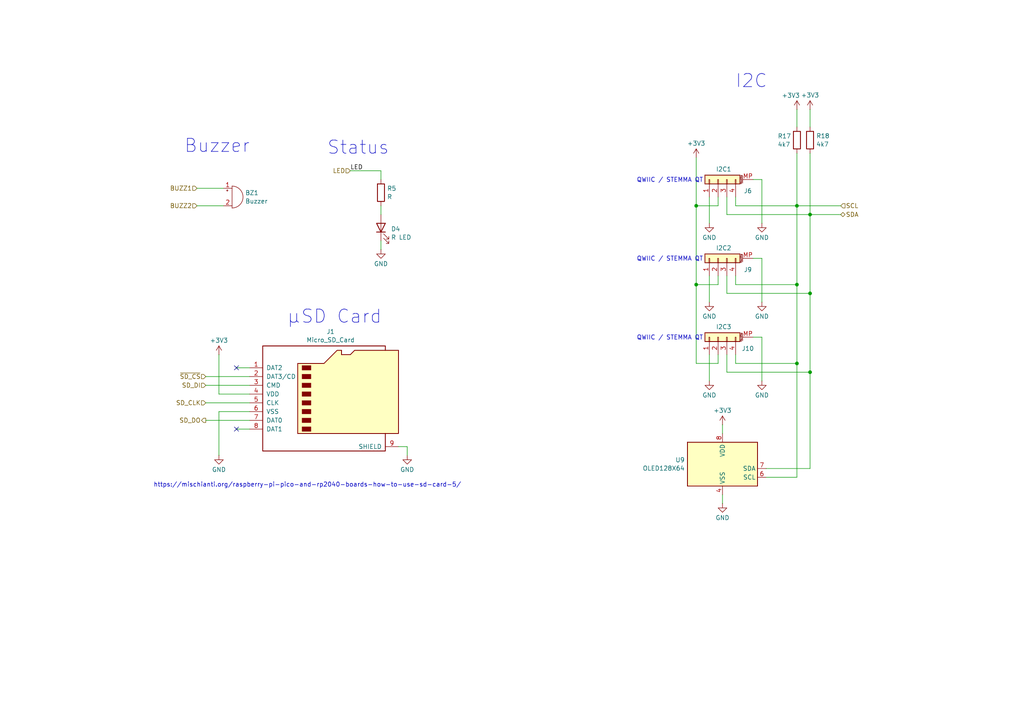
<source format=kicad_sch>
(kicad_sch (version 20231120) (generator "eeschema") (generator_version "8.0")
  (paper "A4")
  (lib_symbols
    (symbol "Connector:Micro_SD_Card" (pin_names (offset 1.016))
      (property "Reference" "J" (at -16.51 15.24 0))
      (property "Value" "Micro_SD_Card" (at 16.51 15.24 0))
      (symbol "Micro_SD_Card_0_1"
        (rectangle (start -7.62 -9.525) (end -5.08 -10.795) (fill (type outline)))
        (rectangle (start -7.62 -6.985) (end -5.08 -8.255) (fill (type outline)))
        (rectangle (start -7.62 -4.445) (end -5.08 -5.715) (fill (type outline)))
        (rectangle (start -7.62 -1.905) (end -5.08 -3.175) (fill (type outline)))
        (rectangle (start -7.62 0.635) (end -5.08 -0.635) (fill (type outline)))
        (rectangle (start -7.62 3.175) (end -5.08 1.905) (fill (type outline)))
        (rectangle (start -7.62 5.715) (end -5.08 4.445) (fill (type outline)))
        (rectangle (start -7.62 8.255) (end -5.08 6.985) (fill (type outline)))
        (polyline (pts (xy 16.51 12.7) (xy 16.51 13.97) (xy -19.05 13.97) (xy -19.05 -16.51) (xy 16.51 -16.51) (xy 16.51 -11.43)) (stroke (width 0.254)))
        (polyline (pts (xy -8.89 -11.43) (xy -8.89 8.89) (xy -1.27 8.89) (xy 2.54 12.7) (xy 3.81 12.7) (xy 3.81 11.43) (xy 6.35 11.43) (xy 7.62 12.7) (xy 20.32 12.7) (xy 20.32 -11.43) (xy -8.89 -11.43)) (stroke (width 0.254)) (fill (type background)))
      )
      (symbol "Micro_SD_Card_1_1"
        (pin bidirectional line (at -22.86 7.62 0) (length 3.81) (name "DAT2") (number "1"))
        (pin bidirectional line (at -22.86 5.08 0) (length 3.81) (name "DAT3/CD") (number "2"))
        (pin input line (at -22.86 2.54 0) (length 3.81) (name "CMD") (number "3"))
        (pin power_in line (at -22.86 0 0) (length 3.81) (name "VDD") (number "4"))
        (pin input line (at -22.86 -2.54 0) (length 3.81) (name "CLK") (number "5"))
        (pin power_in line (at -22.86 -5.08 0) (length 3.81) (name "VSS") (number "6"))
        (pin bidirectional line (at -22.86 -7.62 0) (length 3.81) (name "DAT0") (number "7"))
        (pin bidirectional line (at -22.86 -10.16 0) (length 3.81) (name "DAT1") (number "8"))
        (pin passive line (at 20.32 -15.24 180) (length 3.81) (name "SHIELD") (number "9"))
      )
    )
    (symbol "Connector_Generic_MountingPin:Conn_01x04_MountingPin" (pin_names (offset 1.016) hide)
      (property "Reference" "J" (at 0 5.08 0))
      (property "Value" "Conn_01x04_MountingPin" (at 1.27 -7.62 0))
      (symbol "Conn_01x04_MountingPin_1_1"
        (rectangle (start -1.27 -4.953) (end 0 -5.207) (stroke (width 0.1524)))
        (rectangle (start -1.27 -2.413) (end 0 -2.667) (stroke (width 0.1524)))
        (rectangle (start -1.27 0.127) (end 0 -0.127) (stroke (width 0.1524)))
        (rectangle (start -1.27 2.667) (end 0 2.413) (stroke (width 0.1524)))
        (rectangle (start -1.27 3.81) (end 1.27 -6.35) (stroke (width 0.254)) (fill (type background)))
        (polyline (pts (xy -1.016 -7.112) (xy 1.016 -7.112)) (stroke (width 0.1524)))
        (text "Mounting" (at 0 -6.731 0) (effects (font (size 0.381 0.381))))
        (pin passive line (at -5.08 2.54 0) (length 3.81) (name "Pin_1") (number "1"))
        (pin passive line (at -5.08 0 0) (length 3.81) (name "Pin_2") (number "2"))
        (pin passive line (at -5.08 -2.54 0) (length 3.81) (name "Pin_3") (number "3"))
        (pin passive line (at -5.08 -5.08 0) (length 3.81) (name "Pin_4") (number "4"))
        (pin passive line (at 0 -10.16 90) (length 3.048) (name "MountPin") (number "MP"))
      )
    )
    (symbol "Device:Buzzer" (pin_names (offset 0.0254) hide)
      (property "Reference" "BZ" (at 3.81 1.27 0))
      (property "Value" "Buzzer" (at 3.81 -1.27 0))
      (symbol "Buzzer_0_1"
        (arc (start 0 -3.175) (mid 3.1612 0) (end 0 3.175))
        (polyline (pts (xy -1.651 1.905) (xy -1.143 1.905)))
        (polyline (pts (xy -1.397 2.159) (xy -1.397 1.651)))
        (polyline (pts (xy 0 3.175) (xy 0 -3.175)))
      )
      (symbol "Buzzer_1_1"
        (pin passive line (at -2.54 2.54 0) (length 2.54) (name "+") (number "1"))
        (pin passive line (at -2.54 -2.54 0) (length 2.54) (name "-") (number "2"))
      )
    )
    (symbol "Device:LED" (pin_numbers hide) (pin_names (offset 1.016) hide)
      (property "Reference" "D" (at 0 2.54 0))
      (property "Value" "LED" (at 0 -2.54 0))
      (symbol "LED_0_1"
        (polyline (pts (xy -1.27 -1.27) (xy -1.27 1.27)) (stroke (width 0.254)))
        (polyline (pts (xy -1.27 0) (xy 1.27 0)))
        (polyline (pts (xy 1.27 -1.27) (xy 1.27 1.27) (xy -1.27 0) (xy 1.27 -1.27)) (stroke (width 0.254)))
        (polyline (pts (xy -3.048 -0.762) (xy -4.572 -2.286) (xy -3.81 -2.286) (xy -4.572 -2.286) (xy -4.572 -1.524)))
        (polyline (pts (xy -1.778 -0.762) (xy -3.302 -2.286) (xy -2.54 -2.286) (xy -3.302 -2.286) (xy -3.302 -1.524)))
      )
      (symbol "LED_1_1"
        (pin passive line (at -3.81 0 0) (length 2.54) (name "K") (number "1"))
        (pin passive line (at 3.81 0 180) (length 2.54) (name "A") (number "2"))
      )
    )
    (symbol "Device:R" (pin_numbers hide) (pin_names (offset 0))
      (property "Reference" "R" (at 2.032 0 90))
      (property "Value" "R" (at 0 0 90))
      (symbol "R_0_1"
        (rectangle (start -1.016 -2.54) (end 1.016 2.54) (stroke (width 0.254)))
      )
      (symbol "R_1_1"
        (pin passive line (at 0 3.81 270) (length 1.27) (name "~") (number "1"))
        (pin passive line (at 0 -3.81 90) (length 1.27) (name "~") (number "2"))
      )
    )
    (symbol "local:OLED128X64"
      (property "Reference" "U" (at -8.89 6.35 0))
      (property "Value" "OLED128X64" (at 6.35 6.35 0))
      (symbol "OLED128X64_0_1"
        (rectangle (start -10.16 5.08) (end 10.16 -7.62) (stroke (width 0.254)) (fill (type background)))
      )
      (symbol "OLED128X64_1_1"
        (pin power_in line (at 0 -10.16 90) (length 2.54) (name "VSS") (number "4"))
        (pin input line (at -12.7 -5.08 0) (length 2.54) (name "SCL") (number "6"))
        (pin bidirectional line (at -12.7 -2.54 0) (length 2.54) (name "SDA") (number "7"))
        (pin power_in line (at 0 7.62 270) (length 2.54) (name "VDD") (number "8"))
      )
    )
    (symbol "power:+3V3" (power) (pin_numbers hide) (pin_names (offset 0) hide)
      (property "Value" "+3V3" (at 0 3.556 0))
      (symbol "+3V3_0_1"
        (polyline (pts (xy -0.762 1.27) (xy 0 2.54)))
        (polyline (pts (xy 0 0) (xy 0 2.54)))
        (polyline (pts (xy 0 2.54) (xy 0.762 1.27)))
      )
      (symbol "+3V3_1_1"
        (pin power_in line (at 0 0 90) (length 0) (name "~") (number "1"))
      )
    )
    (symbol "power:GND" (power) (pin_numbers hide) (pin_names (offset 0) hide)
      (property "Value" "GND" (at 0 -3.81 0))
      (symbol "GND_0_1"
        (polyline (pts (xy 0 0) (xy 0 -1.27) (xy 1.27 -1.27) (xy 0 -2.54) (xy -1.27 -1.27) (xy 0 -1.27)))
      )
      (symbol "GND_1_1"
        (pin power_in line (at 0 0 270) (length 0) (name "~") (number "1"))
      )
    )
  )
  (junction (at 234.95 85.09))
  (junction (at 231.14 59.69))
  (junction (at 201.93 82.55))
  (junction (at 231.14 105.41))
  (junction (at 234.95 62.23))
  (junction (at 201.93 59.69))
  (junction (at 231.14 82.55))
  (junction (at 234.95 107.95))
  (no_connect (at 68.58 106.68))
  (no_connect (at 68.58 124.46))
  (wire (pts (xy 231.14 31.75) (xy 231.14 36.83)))
  (wire (pts (xy 205.74 80.01) (xy 205.74 87.63)))
  (wire (pts (xy 63.5 114.3) (xy 63.5 102.87)))
  (wire (pts (xy 64.77 59.69) (xy 57.15 59.69)))
  (wire (pts (xy 222.25 138.43) (xy 231.14 138.43)))
  (wire (pts (xy 213.36 57.15) (xy 213.36 59.69)))
  (wire (pts (xy 218.44 74.93) (xy 220.98 74.93)))
  (wire (pts (xy 208.28 102.87) (xy 208.28 105.41)))
  (wire (pts (xy 210.82 102.87) (xy 210.82 107.95)))
  (wire (pts (xy 231.14 59.69) (xy 243.84 59.69)))
  (wire (pts (xy 234.95 85.09) (xy 234.95 107.95)))
  (wire (pts (xy 209.55 143.51) (xy 209.55 146.05)))
  (wire (pts (xy 231.14 138.43) (xy 231.14 105.41)))
  (wire (pts (xy 101.6 49.53) (xy 110.49 49.53)))
  (wire (pts (xy 231.14 44.45) (xy 231.14 59.69)))
  (wire (pts (xy 208.28 80.01) (xy 208.28 82.55)))
  (wire (pts (xy 213.36 82.55) (xy 231.14 82.55)))
  (wire (pts (xy 234.95 135.89) (xy 234.95 107.95)))
  (wire (pts (xy 59.69 121.92) (xy 72.39 121.92)))
  (wire (pts (xy 68.58 124.46) (xy 72.39 124.46)))
  (wire (pts (xy 110.49 59.69) (xy 110.49 62.23)))
  (wire (pts (xy 210.82 85.09) (xy 234.95 85.09)))
  (wire (pts (xy 231.14 82.55) (xy 231.14 105.41)))
  (wire (pts (xy 201.93 82.55) (xy 208.28 82.55)))
  (wire (pts (xy 234.95 85.09) (xy 234.95 62.23)))
  (wire (pts (xy 213.36 105.41) (xy 231.14 105.41)))
  (wire (pts (xy 234.95 62.23) (xy 243.84 62.23)))
  (wire (pts (xy 118.11 129.54) (xy 118.11 132.08)))
  (wire (pts (xy 59.69 111.76) (xy 72.39 111.76)))
  (wire (pts (xy 213.36 80.01) (xy 213.36 82.55)))
  (wire (pts (xy 208.28 59.69) (xy 201.93 59.69)))
  (wire (pts (xy 210.82 62.23) (xy 234.95 62.23)))
  (wire (pts (xy 63.5 119.38) (xy 72.39 119.38)))
  (wire (pts (xy 210.82 57.15) (xy 210.82 62.23)))
  (wire (pts (xy 59.69 109.22) (xy 72.39 109.22)))
  (wire (pts (xy 218.44 52.07) (xy 220.98 52.07)))
  (wire (pts (xy 205.74 102.87) (xy 205.74 110.49)))
  (wire (pts (xy 63.5 114.3) (xy 72.39 114.3)))
  (wire (pts (xy 222.25 135.89) (xy 234.95 135.89)))
  (wire (pts (xy 234.95 44.45) (xy 234.95 62.23)))
  (wire (pts (xy 208.28 57.15) (xy 208.28 59.69)))
  (wire (pts (xy 210.82 107.95) (xy 234.95 107.95)))
  (wire (pts (xy 68.58 106.68) (xy 72.39 106.68)))
  (wire (pts (xy 220.98 52.07) (xy 220.98 64.77)))
  (wire (pts (xy 213.36 59.69) (xy 231.14 59.69)))
  (wire (pts (xy 210.82 80.01) (xy 210.82 85.09)))
  (wire (pts (xy 201.93 59.69) (xy 201.93 82.55)))
  (wire (pts (xy 231.14 59.69) (xy 231.14 82.55)))
  (wire (pts (xy 220.98 74.93) (xy 220.98 87.63)))
  (wire (pts (xy 205.74 57.15) (xy 205.74 64.77)))
  (wire (pts (xy 220.98 97.79) (xy 220.98 110.49)))
  (wire (pts (xy 218.44 97.79) (xy 220.98 97.79)))
  (wire (pts (xy 63.5 132.08) (xy 63.5 119.38)))
  (wire (pts (xy 110.49 69.85) (xy 110.49 72.39)))
  (wire (pts (xy 201.93 45.72) (xy 201.93 59.69)))
  (wire (pts (xy 59.69 116.84) (xy 72.39 116.84)))
  (wire (pts (xy 208.28 105.41) (xy 201.93 105.41)))
  (wire (pts (xy 213.36 102.87) (xy 213.36 105.41)))
  (wire (pts (xy 234.95 31.75) (xy 234.95 36.83)))
  (wire (pts (xy 57.15 54.61) (xy 64.77 54.61)))
  (wire (pts (xy 115.57 129.54) (xy 118.11 129.54)))
  (wire (pts (xy 201.93 82.55) (xy 201.93 105.41)))
  (wire (pts (xy 209.55 123.19) (xy 209.55 125.73)))
  (wire (pts (xy 110.49 52.07) (xy 110.49 49.53)))
  (text "μSD Card" (at 97.028 91.948 0) (effects (font (size 3.81 3.81))))
  (text "QWIIC / STEMMA QT" (at 194.31 52.324 0) (effects (font (size 1.27 1.27))))
  (text "https://mischianti.org/raspberry-pi-pico-and-rp2040-boards-how-to-use-sd-card-5/" (at 89.154 140.716 0) (effects (font (size 1.27 1.27))))
  (text "QWIIC / STEMMA QT" (at 194.31 75.184 0) (effects (font (size 1.27 1.27))))
  (text "Buzzer" (at 62.992 42.418 0) (effects (font (size 3.81 3.81))))
  (text "Status" (at 103.886 42.926 0) (effects (font (size 3.81 3.81))))
  (text "I2C" (at 217.932 23.622 0) (effects (font (size 3.81 3.81))))
  (text "QWIIC / STEMMA QT" (at 194.31 98.044 0) (effects (font (size 1.27 1.27))))
  (label "LED" (at 101.6 49.53 0))
  (hierarchical_label "SD_DO" (shape output) (at 59.69 121.92 180))
  (hierarchical_label "SD_DI" (shape input) (at 59.69 111.76 180))
  (hierarchical_label "LED" (shape input) (at 101.6 49.53 180))
  (hierarchical_label "BUZZ2" (shape input) (at 57.15 59.69 180))
  (hierarchical_label "SD_CLK" (shape input) (at 59.69 116.84 180))
  (hierarchical_label "SCL" (shape input) (at 243.84 59.69 0))
  (hierarchical_label "BUZZ1" (shape input) (at 57.15 54.61 180))
  (hierarchical_label "SDA" (shape bidirectional) (at 243.84 62.23 0))
  (hierarchical_label "~{SD_CS}" (shape input) (at 59.69 109.22 180))
  (symbol (lib_id "Device:R") (at 231.14 40.64 0) (unit 1)
    (property "Reference" "R17" (at 225.552 39.4857 0) (effects (justify left)))
    (property "Value" "4k7" (at 225.552 41.91 0) (effects (justify left)))
    (property "Description" "Resistor" (effects (hide yes)))
  )
  (symbol (lib_id "power:+3V3") (at 209.55 123.19 0) (unit 1)
    (property "Reference" "#PWR048" (effects (hide yes)))
    (property "Value" "+3V3" (at 209.55 119.0569 0))
    (property "Description" "Power symbol creates a global label with name \"+3V3\"" (effects (hide yes)))
  )
  (symbol (lib_id "power:+3V3") (at 231.14 31.75 0) (unit 1)
    (property "Reference" "#PWR090" (effects (hide yes)))
    (property "Value" "+3V3" (at 229.362 27.686 0))
    (property "Description" "Power symbol creates a global label with name \"+3V3\"" (effects (hide yes)))
  )
  (symbol (lib_id "Device:R") (at 110.49 55.88 0) (unit 1)
    (property "Reference" "R5" (at 112.268 54.6678 0) (effects (justify left)))
    (property "Value" "R" (at 112.268 57.0921 0) (effects (justify left)))
    (property "Description" "Resistor" (effects (hide yes)))
  )
  (symbol (lib_id "power:+3V3") (at 63.5 102.87 0) (unit 1)
    (property "Reference" "#PWR012" (effects (hide yes)))
    (property "Value" "+3V3" (at 63.5 98.7369 0))
    (property "Description" "Power symbol creates a global label with name \"+3V3\"" (effects (hide yes)))
  )
  (symbol (lib_id "Connector_Generic_MountingPin:Conn_01x04_MountingPin") (at 208.28 74.93 90) (unit 1)
    (property "Reference" "J9" (at 216.916 78.232 90))
    (property "Value" "I2C2" (at 209.9056 71.9398 90))
    (property "Footprint" "Connector_JST:JST_SH_SM04B-SRSS-TB_1x04-1MP_P1.00mm_Horizontal" (effects (hide yes)))
    (property "Description" "Generic connectable mounting pin connector, single row, 01x04, script generated (kicad-library-utils/schlib/autogen/connector/)" (effects (hide yes)))
  )
  (symbol (lib_id "power:GND") (at 220.98 110.49 0) (unit 1)
    (property "Reference" "#PWR089" (effects (hide yes)))
    (property "Value" "GND" (at 220.98 114.6231 0))
    (property "Description" "Power symbol creates a global label with name \"GND\" , ground" (effects (hide yes)))
  )
  (symbol (lib_id "power:GND") (at 205.74 64.77 0) (unit 1)
    (property "Reference" "#PWR024" (effects (hide yes)))
    (property "Value" "GND" (at 205.74 68.9031 0))
    (property "Description" "Power symbol creates a global label with name \"GND\" , ground" (effects (hide yes)))
  )
  (symbol (lib_id "power:GND") (at 118.11 132.08 0) (unit 1)
    (property "Reference" "#PWR014" (effects (hide yes)))
    (property "Value" "GND" (at 118.11 136.2131 0))
    (property "Description" "Power symbol creates a global label with name \"GND\" , ground" (effects (hide yes)))
  )
  (symbol (lib_id "local:OLED128X64") (at 209.55 133.35 0) (mirror y) (unit 1)
    (property "Reference" "U9" (at 198.628 133.4078 0) (effects (justify left)))
    (property "Value" "OLED128X64" (at 198.628 135.8321 0) (effects (justify left)))
    (property "Description" "OLED SSD1306 128x64 I2C Display" (effects (hide yes)))
  )
  (symbol (lib_id "Connector:Micro_SD_Card") (at 95.25 114.3 0) (unit 1)
    (property "Reference" "J1" (at 95.885 96.1855 0))
    (property "Value" "Micro_SD_Card" (at 95.885 98.6098 0))
    (property "Datasheet" "http://katalog.we-online.de/em/datasheet/693072010801.pdf" (effects (hide yes)))
    (property "Description" "Micro SD Card Socket" (effects (hide yes)))
  )
  (symbol (lib_id "Connector_Generic_MountingPin:Conn_01x04_MountingPin") (at 208.28 52.07 90) (unit 1)
    (property "Reference" "J6" (at 216.916 55.372 90))
    (property "Value" "I2C1" (at 209.9056 49.0798 90))
    (property "Footprint" "Connector_JST:JST_SH_SM04B-SRSS-TB_1x04-1MP_P1.00mm_Horizontal" (effects (hide yes)))
    (property "Description" "Generic connectable mounting pin connector, single row, 01x04, script generated (kicad-library-utils/schlib/autogen/connector/)" (effects (hide yes)))
  )
  (symbol (lib_id "power:GND") (at 205.74 110.49 0) (unit 1)
    (property "Reference" "#PWR047" (effects (hide yes)))
    (property "Value" "GND" (at 205.74 114.6231 0))
    (property "Description" "Power symbol creates a global label with name \"GND\" , ground" (effects (hide yes)))
  )
  (symbol (lib_id "power:+3V3") (at 234.95 31.75 0) (unit 1)
    (property "Reference" "#PWR091" (effects (hide yes)))
    (property "Value" "+3V3" (at 234.95 27.6169 0))
    (property "Description" "Power symbol creates a global label with name \"+3V3\"" (effects (hide yes)))
  )
  (symbol (lib_id "power:GND") (at 205.74 87.63 0) (unit 1)
    (property "Reference" "#PWR046" (effects (hide yes)))
    (property "Value" "GND" (at 205.74 91.7631 0))
    (property "Description" "Power symbol creates a global label with name \"GND\" , ground" (effects (hide yes)))
  )
  (symbol (lib_id "Connector_Generic_MountingPin:Conn_01x04_MountingPin") (at 208.28 97.79 90) (unit 1)
    (property "Reference" "J10" (at 216.916 101.092 90))
    (property "Value" "I2C3" (at 209.9056 94.7998 90))
    (property "Footprint" "Connector_JST:JST_SH_SM04B-SRSS-TB_1x04-1MP_P1.00mm_Horizontal" (effects (hide yes)))
    (property "Description" "Generic connectable mounting pin connector, single row, 01x04, script generated (kicad-library-utils/schlib/autogen/connector/)" (effects (hide yes)))
  )
  (symbol (lib_id "Device:LED") (at 110.49 66.04 90) (unit 1)
    (property "Reference" "D4" (at 113.411 66.4153 90) (effects (justify right)))
    (property "Value" "R LED" (at 113.411 68.8396 90) (effects (justify right)))
    (property "Description" "Light emitting diode" (effects (hide yes)))
  )
  (symbol (lib_id "Device:Buzzer") (at 67.31 57.15 0) (unit 1)
    (property "Reference" "BZ1" (at 71.1062 55.9378 0) (effects (justify left)))
    (property "Value" "Buzzer" (at 71.1062 58.3621 0) (effects (justify left)))
    (property "Description" "Buzzer, polarized" (effects (hide yes)))
  )
  (symbol (lib_id "power:GND") (at 63.5 132.08 0) (unit 1)
    (property "Reference" "#PWR013" (effects (hide yes)))
    (property "Value" "GND" (at 63.5 136.2131 0))
    (property "Description" "Power symbol creates a global label with name \"GND\" , ground" (effects (hide yes)))
  )
  (symbol (lib_id "power:GND") (at 110.49 72.39 0) (unit 1)
    (property "Reference" "#PWR021" (effects (hide yes)))
    (property "Value" "GND" (at 110.49 76.5231 0))
    (property "Description" "Power symbol creates a global label with name \"GND\" , ground" (effects (hide yes)))
  )
  (symbol (lib_id "power:GND") (at 209.55 146.05 0) (unit 1)
    (property "Reference" "#PWR049" (effects (hide yes)))
    (property "Value" "GND" (at 209.55 150.1831 0))
    (property "Description" "Power symbol creates a global label with name \"GND\" , ground" (effects (hide yes)))
  )
  (symbol (lib_id "power:+3V3") (at 201.93 45.72 0) (unit 1)
    (property "Reference" "#PWR022" (effects (hide yes)))
    (property "Value" "+3V3" (at 201.93 41.5869 0))
    (property "Description" "Power symbol creates a global label with name \"+3V3\"" (effects (hide yes)))
  )
  (symbol (lib_id "power:GND") (at 220.98 64.77 0) (unit 1)
    (property "Reference" "#PWR087" (effects (hide yes)))
    (property "Value" "GND" (at 220.98 68.9031 0))
    (property "Description" "Power symbol creates a global label with name \"GND\" , ground" (effects (hide yes)))
  )
  (symbol (lib_id "Device:R") (at 234.95 40.64 0) (unit 1)
    (property "Reference" "R18" (at 236.728 39.4278 0) (effects (justify left)))
    (property "Value" "4k7" (at 236.728 41.8521 0) (effects (justify left)))
    (property "Description" "Resistor" (effects (hide yes)))
  )
  (symbol (lib_id "power:GND") (at 220.98 87.63 0) (unit 1)
    (property "Reference" "#PWR088" (effects (hide yes)))
    (property "Value" "GND" (at 220.98 91.7631 0))
    (property "Description" "Power symbol creates a global label with name \"GND\" , ground" (effects (hide yes)))
  )
)
</source>
